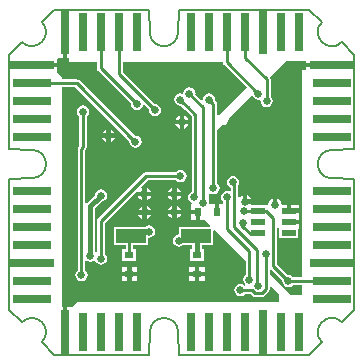
<source format=gbl>
%FSLAX25Y25*%
%MOIN*%
G70*
G01*
G75*
G04 Layer_Physical_Order=2*
G04 Layer_Color=16711680*
%ADD10O,0.05906X0.01575*%
%ADD11R,0.05906X0.01575*%
%ADD12R,0.01575X0.05906*%
%ADD13R,0.03150X0.02362*%
G04:AMPARAMS|DCode=14|XSize=23.62mil|YSize=31.5mil|CornerRadius=0mil|HoleSize=0mil|Usage=FLASHONLY|Rotation=45.000|XOffset=0mil|YOffset=0mil|HoleType=Round|Shape=Rectangle|*
%AMROTATEDRECTD14*
4,1,4,0.00278,-0.01949,-0.01949,0.00278,-0.00278,0.01949,0.01949,-0.00278,0.00278,-0.01949,0.0*
%
%ADD14ROTATEDRECTD14*%

%ADD15R,0.02362X0.03150*%
G04:AMPARAMS|DCode=16|XSize=23.62mil|YSize=31.5mil|CornerRadius=0mil|HoleSize=0mil|Usage=FLASHONLY|Rotation=135.000|XOffset=0mil|YOffset=0mil|HoleType=Round|Shape=Rectangle|*
%AMROTATEDRECTD16*
4,1,4,0.01949,0.00278,-0.00278,-0.01949,-0.01949,-0.00278,0.00278,0.01949,0.01949,0.00278,0.0*
%
%ADD16ROTATEDRECTD16*%

%ADD17C,0.01000*%
%ADD18C,0.01500*%
%ADD19C,0.00500*%
%ADD20R,0.02500X0.15000*%
%ADD21R,0.02500X0.12500*%
%ADD22R,0.12500X0.02500*%
%ADD23R,0.15000X0.02500*%
%ADD24C,0.02500*%
%ADD25R,0.04803X0.01969*%
%ADD26R,0.09843X0.04724*%
G36*
X384250Y399000D02*
X385000D01*
Y397500D01*
X394226D01*
Y395500D01*
X394322Y395012D01*
X394599Y394599D01*
X405500Y383698D01*
X405461Y383500D01*
X405616Y382720D01*
X406058Y382058D01*
X406720Y381616D01*
X407500Y381461D01*
X408280Y381616D01*
X408942Y382058D01*
X409384Y382720D01*
X409448Y383042D01*
X409991Y383207D01*
X411500Y381698D01*
X411461Y381500D01*
X411616Y380720D01*
X412058Y380058D01*
X412720Y379616D01*
X413500Y379461D01*
X414280Y379616D01*
X414942Y380058D01*
X415384Y380720D01*
X415539Y381500D01*
X415384Y382280D01*
X414942Y382942D01*
X414280Y383384D01*
X413500Y383539D01*
X413303Y383500D01*
X402774Y394028D01*
Y397500D01*
X436226D01*
X436322Y397012D01*
X436599Y396599D01*
X444099Y389099D01*
X434736Y379736D01*
X434274Y379928D01*
Y383500D01*
X434177Y383988D01*
X433901Y384401D01*
X433500Y384803D01*
X433539Y385000D01*
X433384Y385780D01*
X432942Y386442D01*
X432280Y386884D01*
X431500Y387039D01*
X430720Y386884D01*
X430058Y386442D01*
X429616Y385780D01*
X429469Y385041D01*
X429315Y384943D01*
X428988Y384815D01*
X427000Y386803D01*
X427039Y387000D01*
X426884Y387780D01*
X426442Y388442D01*
X425780Y388884D01*
X425000Y389039D01*
X424220Y388884D01*
X423558Y388442D01*
X423116Y387780D01*
X423022Y387307D01*
X422838Y386986D01*
X422479Y386944D01*
X422000Y387039D01*
X421220Y386884D01*
X420558Y386442D01*
X420116Y385780D01*
X419961Y385000D01*
X420116Y384220D01*
X420558Y383558D01*
X421220Y383116D01*
X422000Y382961D01*
X422168Y382994D01*
X423563Y381599D01*
X423670Y381527D01*
X425726Y379472D01*
Y354385D01*
X425720Y354384D01*
X425058Y353942D01*
X424616Y353280D01*
X424461Y352500D01*
X424616Y351720D01*
X425058Y351058D01*
X425720Y350616D01*
X425927Y350575D01*
X425878Y350075D01*
X425669D01*
Y348250D01*
X427850D01*
Y347500D01*
X428600D01*
Y344925D01*
X430031D01*
X430031Y344925D01*
Y344925D01*
X430384Y344616D01*
X431926Y343074D01*
X431735Y342612D01*
X421656D01*
Y340167D01*
X421500Y340039D01*
X420720Y339884D01*
X420058Y339442D01*
X419616Y338780D01*
X419461Y338000D01*
X419616Y337220D01*
X420058Y336558D01*
X420720Y336116D01*
X421500Y335961D01*
X422280Y336116D01*
X422687Y336388D01*
X425971D01*
Y335081D01*
X425175D01*
Y331219D01*
X429825D01*
Y335081D01*
X429029D01*
Y336388D01*
X432998D01*
Y341349D01*
X433460Y341540D01*
X443725Y331275D01*
Y326554D01*
X443558Y326442D01*
X443116Y325780D01*
X442961Y325000D01*
X443116Y324220D01*
X443558Y323558D01*
X443606Y323526D01*
X443608Y323519D01*
X443488Y323003D01*
X443373Y322988D01*
X442780Y323384D01*
X442000Y323539D01*
X441220Y323384D01*
X440558Y322942D01*
X440116Y322280D01*
X439961Y321500D01*
X440116Y320720D01*
X440558Y320058D01*
X441220Y319616D01*
X442000Y319461D01*
X442780Y319616D01*
X443442Y320058D01*
X443554Y320226D01*
X445437D01*
X446063Y319599D01*
X446477Y319322D01*
X446965Y319226D01*
X449036D01*
X449523Y319322D01*
X449937Y319599D01*
X451401Y321063D01*
X451678Y321477D01*
X451775Y321965D01*
Y322572D01*
X452236Y322764D01*
X455000Y320000D01*
Y317500D01*
X387500D01*
X386184Y316184D01*
X385750Y316000D01*
Y316000D01*
X385750Y316000D01*
X384250D01*
Y307500D01*
X382750D01*
Y316000D01*
X382500D01*
Y389226D01*
X386972D01*
X405000Y371198D01*
X404961Y371000D01*
X405116Y370220D01*
X405558Y369558D01*
X406220Y369116D01*
X407000Y368961D01*
X407780Y369116D01*
X408442Y369558D01*
X408884Y370220D01*
X409039Y371000D01*
X408884Y371780D01*
X408442Y372442D01*
X407780Y372884D01*
X407000Y373039D01*
X406803Y373000D01*
X388401Y391401D01*
X387988Y391677D01*
X387500Y391775D01*
X382500D01*
Y392500D01*
X381184Y393816D01*
X381000Y394250D01*
X381000D01*
X381000Y394250D01*
Y395750D01*
X372500D01*
Y397250D01*
X381000D01*
Y398604D01*
X381153Y398847D01*
X381397Y399000D01*
X382750D01*
Y407500D01*
X384250D01*
Y399000D01*
D02*
G37*
G36*
X456000Y324697D02*
X455961Y324500D01*
X456116Y323720D01*
X456558Y323058D01*
X457220Y322616D01*
X458000Y322461D01*
X458780Y322616D01*
X459442Y323058D01*
X459554Y323225D01*
X462500D01*
Y320000D01*
X458500D01*
X451775Y326726D01*
Y328216D01*
X452275Y328423D01*
X456000Y324697D01*
D02*
G37*
G36*
X464000Y397250D02*
X472500D01*
Y395750D01*
X464000D01*
Y395000D01*
X462500D01*
Y325775D01*
X459554D01*
X459442Y325942D01*
X458780Y326384D01*
X458000Y326539D01*
X457802Y326500D01*
X454275Y330028D01*
Y342223D01*
X454756Y342268D01*
X455006Y341871D01*
Y341768D01*
Y338777D01*
X461309D01*
Y341768D01*
Y341871D01*
X461559Y342268D01*
Y342268D01*
Y342490D01*
X461559Y342642D01*
Y343502D01*
X458157D01*
Y345002D01*
X461559D01*
Y346008D01*
Y347242D01*
X458157D01*
Y347992D01*
X457408D01*
Y349976D01*
X455814D01*
X455794Y350000D01*
X455619Y350878D01*
X455122Y351622D01*
X454378Y352119D01*
X454250Y352145D01*
Y350000D01*
X452750D01*
Y352145D01*
X452622Y352119D01*
X451878Y351622D01*
X451381Y350878D01*
X451231Y350128D01*
X451128Y349953D01*
X450751Y349726D01*
X445911D01*
X445640Y350226D01*
X445645Y350250D01*
X443500D01*
Y351000D01*
X442750D01*
Y353145D01*
X442622Y353119D01*
X441878Y352622D01*
X441775Y352467D01*
X441274Y352619D01*
Y356556D01*
X441384Y356720D01*
X441539Y357500D01*
X441384Y358280D01*
X440942Y358942D01*
X440280Y359384D01*
X439500Y359539D01*
X438720Y359384D01*
X438058Y358942D01*
X437616Y358280D01*
X437461Y357500D01*
X437616Y356720D01*
X438058Y356058D01*
X438720Y355616D01*
X438726Y355615D01*
Y354617D01*
X438378Y354431D01*
X438226Y354395D01*
X437500Y354539D01*
X436720Y354384D01*
X436058Y353942D01*
X435616Y353280D01*
X435461Y352500D01*
X435616Y351720D01*
X436058Y351058D01*
X436226Y350946D01*
Y350075D01*
X434900D01*
Y347500D01*
X433400D01*
Y350075D01*
X431968D01*
X431968Y350075D01*
Y350075D01*
X431628Y350401D01*
X431539Y350500D01*
X431500Y350697D01*
Y353496D01*
X432000Y353763D01*
X432220Y353616D01*
X433000Y353461D01*
X433780Y353616D01*
X434442Y354058D01*
X434884Y354720D01*
X435039Y355500D01*
X434884Y356280D01*
X434442Y356942D01*
X434274Y357054D01*
Y374775D01*
X435967Y376467D01*
X436000Y376461D01*
X436780Y376616D01*
X437442Y377058D01*
X437884Y377720D01*
X438039Y378500D01*
X438033Y378533D01*
X445657Y386157D01*
X446241Y386033D01*
X446558Y385558D01*
X447220Y385116D01*
X448000Y384961D01*
X448358Y385032D01*
X448783Y384607D01*
X448762Y384500D01*
X448917Y383720D01*
X449359Y383058D01*
X450020Y382616D01*
X450801Y382461D01*
X451581Y382616D01*
X452243Y383058D01*
X452685Y383720D01*
X452840Y384500D01*
X452685Y385280D01*
X452243Y385942D01*
X452075Y386054D01*
Y391699D01*
X451978Y392187D01*
X451862Y392362D01*
X457500Y398000D01*
X464000D01*
Y397250D01*
D02*
G37*
%LPC*%
G36*
X412243Y346652D02*
X410848D01*
Y345257D01*
X410976Y345282D01*
X411721Y345779D01*
X412218Y346524D01*
X412243Y346652D01*
D02*
G37*
G36*
X409348D02*
X407954D01*
X407979Y346524D01*
X408476Y345779D01*
X409221Y345282D01*
X409348Y345257D01*
Y346652D01*
D02*
G37*
G36*
X427100Y346750D02*
X425669D01*
Y344925D01*
X427100D01*
Y346750D01*
D02*
G37*
G36*
X419250D02*
X417855D01*
X417881Y346622D01*
X418378Y345878D01*
X419122Y345380D01*
X419250Y345355D01*
Y346750D01*
D02*
G37*
G36*
X410848Y349547D02*
Y348152D01*
X412243D01*
X412218Y348280D01*
X411721Y349024D01*
X410976Y349521D01*
X410848Y349547D01*
D02*
G37*
G36*
X419250Y349645D02*
X419122Y349620D01*
X418378Y349122D01*
X417881Y348378D01*
X417855Y348250D01*
X419250D01*
Y349645D01*
D02*
G37*
G36*
X422145Y346750D02*
X420750D01*
Y345355D01*
X420878Y345380D01*
X421622Y345878D01*
X422119Y346622D01*
X422145Y346750D01*
D02*
G37*
G36*
X409348Y349547D02*
X409221Y349521D01*
X408476Y349024D01*
X407979Y348280D01*
X407954Y348152D01*
X409348D01*
Y349547D01*
D02*
G37*
G36*
X411500Y343039D02*
X410720Y342884D01*
X410313Y342612D01*
X400002D01*
Y336388D01*
X403725D01*
Y335081D01*
X402675D01*
Y331219D01*
X407325D01*
Y335081D01*
X406275D01*
Y336388D01*
X411344D01*
Y338833D01*
X411500Y338961D01*
X412280Y339116D01*
X412942Y339558D01*
X413384Y340220D01*
X413539Y341000D01*
X413384Y341780D01*
X412942Y342442D01*
X412280Y342884D01*
X411500Y343039D01*
D02*
G37*
G36*
X426750Y326100D02*
X424925D01*
Y324669D01*
X426750D01*
Y326100D01*
D02*
G37*
G36*
X430075D02*
X428250D01*
Y324669D01*
X430075D01*
Y326100D01*
D02*
G37*
G36*
X404250D02*
X402425D01*
Y324669D01*
X404250D01*
Y326100D01*
D02*
G37*
G36*
X407575D02*
X405750D01*
Y324669D01*
X407575D01*
Y326100D01*
D02*
G37*
G36*
X426750Y329031D02*
X424925D01*
Y327600D01*
X426750D01*
Y329031D01*
D02*
G37*
G36*
X430075D02*
X428250D01*
Y327600D01*
X430075D01*
Y329031D01*
D02*
G37*
G36*
X404250D02*
X402425D01*
Y327600D01*
X404250D01*
Y329031D01*
D02*
G37*
G36*
X407575D02*
X405750D01*
Y327600D01*
X407575D01*
Y329031D01*
D02*
G37*
G36*
X420750Y349645D02*
Y348250D01*
X422145D01*
X422119Y348378D01*
X421622Y349122D01*
X420878Y349620D01*
X420750Y349645D01*
D02*
G37*
G36*
X400145Y372250D02*
X398750D01*
Y370855D01*
X398878Y370881D01*
X399622Y371378D01*
X400119Y372122D01*
X400145Y372250D01*
D02*
G37*
G36*
X397250Y375145D02*
X397122Y375119D01*
X396378Y374622D01*
X395881Y373878D01*
X395855Y373750D01*
X397250D01*
Y375145D01*
D02*
G37*
G36*
X389500Y383039D02*
X388720Y382884D01*
X388058Y382442D01*
X387616Y381780D01*
X387461Y381000D01*
X387616Y380220D01*
X388058Y379558D01*
X388226Y379446D01*
Y369653D01*
X388099Y369526D01*
X387823Y369113D01*
X387725Y368625D01*
Y328054D01*
X387558Y327942D01*
X387116Y327280D01*
X386961Y326500D01*
X387116Y325720D01*
X387558Y325058D01*
X388220Y324616D01*
X389000Y324461D01*
X389780Y324616D01*
X390442Y325058D01*
X390884Y325720D01*
X391039Y326500D01*
X390884Y327280D01*
X390442Y327942D01*
X390275Y328054D01*
Y331151D01*
X390774Y331414D01*
X391220Y331116D01*
X392000Y330961D01*
X392780Y331116D01*
X393086Y331320D01*
X393616Y331220D01*
X394058Y330558D01*
X394720Y330116D01*
X395500Y329961D01*
X396280Y330116D01*
X396942Y330558D01*
X397384Y331220D01*
X397539Y332000D01*
X397384Y332780D01*
X396942Y333442D01*
X396775Y333554D01*
Y343972D01*
X407478Y354676D01*
X407880Y354378D01*
X407855Y354250D01*
X409250D01*
Y355645D01*
X409122Y355620D01*
X408824Y356022D01*
X411028Y358225D01*
X420446D01*
X420558Y358058D01*
X421220Y357616D01*
X422000Y357461D01*
X422780Y357616D01*
X423442Y358058D01*
X423884Y358720D01*
X424039Y359500D01*
X423884Y360280D01*
X423442Y360942D01*
X422780Y361384D01*
X422000Y361539D01*
X421220Y361384D01*
X420558Y360942D01*
X420446Y360774D01*
X410500D01*
X410012Y360678D01*
X409599Y360401D01*
X394599Y345401D01*
X394322Y344988D01*
X394226Y344500D01*
Y334492D01*
X393725Y334273D01*
X393529Y334454D01*
Y348867D01*
X395654Y350992D01*
X396280Y351116D01*
X396942Y351558D01*
X397384Y352220D01*
X397539Y353000D01*
X397384Y353780D01*
X396942Y354442D01*
X396280Y354884D01*
X395500Y355039D01*
X394720Y354884D01*
X394058Y354442D01*
X393616Y353780D01*
X393492Y353154D01*
X390919Y350581D01*
X390774Y350366D01*
X390275Y350518D01*
Y368097D01*
X390401Y368224D01*
X390677Y368637D01*
X390774Y369125D01*
Y379446D01*
X390942Y379558D01*
X391384Y380220D01*
X391539Y381000D01*
X391384Y381780D01*
X390942Y382442D01*
X390280Y382884D01*
X389500Y383039D01*
D02*
G37*
G36*
X397250Y372250D02*
X395855D01*
X395881Y372122D01*
X396378Y371378D01*
X397122Y370881D01*
X397250Y370855D01*
Y372250D01*
D02*
G37*
G36*
X398750Y375145D02*
Y373750D01*
X400145D01*
X400119Y373878D01*
X399622Y374622D01*
X398878Y375119D01*
X398750Y375145D01*
D02*
G37*
G36*
X421750Y379645D02*
X421622Y379620D01*
X420878Y379122D01*
X420381Y378378D01*
X420355Y378250D01*
X421750D01*
Y379645D01*
D02*
G37*
G36*
X423250D02*
Y378250D01*
X424645D01*
X424619Y378378D01*
X424122Y379122D01*
X423378Y379620D01*
X423250Y379645D01*
D02*
G37*
G36*
X421750Y376750D02*
X420355D01*
X420381Y376622D01*
X420878Y375878D01*
X421622Y375380D01*
X421750Y375355D01*
Y376750D01*
D02*
G37*
G36*
X424645D02*
X423250D01*
Y375355D01*
X423378Y375380D01*
X424122Y375878D01*
X424619Y376622D01*
X424645Y376750D01*
D02*
G37*
G36*
X412145Y352750D02*
X410750D01*
Y351355D01*
X410878Y351380D01*
X411622Y351878D01*
X412119Y352622D01*
X412145Y352750D01*
D02*
G37*
G36*
X419250D02*
X417855D01*
X417881Y352622D01*
X418378Y351878D01*
X419122Y351380D01*
X419250Y351355D01*
Y352750D01*
D02*
G37*
G36*
X461559Y349976D02*
X458908D01*
Y348742D01*
X461559D01*
Y349976D01*
D02*
G37*
G36*
X409250Y352750D02*
X407855D01*
X407880Y352622D01*
X408378Y351878D01*
X409122Y351380D01*
X409250Y351355D01*
Y352750D01*
D02*
G37*
G36*
X422145D02*
X420750D01*
Y351355D01*
X420878Y351380D01*
X421622Y351878D01*
X422119Y352622D01*
X422145Y352750D01*
D02*
G37*
G36*
X419250Y355645D02*
X419122Y355620D01*
X418378Y355122D01*
X417881Y354378D01*
X417855Y354250D01*
X419250D01*
Y355645D01*
D02*
G37*
G36*
X420750D02*
Y354250D01*
X422145D01*
X422119Y354378D01*
X421622Y355122D01*
X420878Y355620D01*
X420750Y355645D01*
D02*
G37*
G36*
X444250Y353145D02*
Y351750D01*
X445645D01*
X445619Y351878D01*
X445122Y352622D01*
X444378Y353119D01*
X444250Y353145D01*
D02*
G37*
G36*
X410750Y355645D02*
Y354250D01*
X412145D01*
X412119Y354378D01*
X411622Y355122D01*
X410878Y355620D01*
X410750Y355645D01*
D02*
G37*
%LPD*%
D13*
X427500Y326850D02*
D03*
Y333150D02*
D03*
X405000Y326850D02*
D03*
Y333150D02*
D03*
D15*
X434150Y347500D02*
D03*
X427850D02*
D03*
D17*
X443008Y347992D02*
X447843D01*
X442268Y343268D02*
X443000Y342535D01*
X445500Y340035D02*
Y340512D01*
X405000Y338827D02*
X405673Y339500D01*
X405000Y333150D02*
Y338827D01*
X424500Y382500D02*
X427000Y380000D01*
Y353000D02*
Y380000D01*
X426500Y352500D02*
X427000Y353000D01*
X424465Y382500D02*
X424500D01*
X429500Y350500D02*
Y382500D01*
X425000Y387000D02*
X429500Y382500D01*
X433000Y355500D02*
Y383500D01*
X431500Y385000D02*
X433000Y383500D01*
X440000Y342500D02*
Y357000D01*
X439500Y357500D02*
X440000Y357000D01*
X443000Y342535D02*
Y344000D01*
X440000Y342500D02*
X447500Y335000D01*
X437500Y342000D02*
X445000Y334500D01*
X443008Y347992D02*
X443299Y347701D01*
X437500Y342000D02*
Y352500D01*
X410500Y359500D02*
X422000D01*
X395500Y344500D02*
X410500Y359500D01*
X395500Y332000D02*
Y344500D01*
X389000Y368625D02*
X389500Y369125D01*
X389000Y326500D02*
Y368625D01*
X389500Y369125D02*
Y381000D01*
X429500Y350500D02*
X430000D01*
X372500Y390500D02*
X387500D01*
X407000Y371000D01*
X395500Y395500D02*
Y407500D01*
Y395500D02*
X407500Y383500D01*
X437500Y397500D02*
X448000Y387000D01*
X437500Y397500D02*
Y407500D01*
X443500Y399000D02*
Y407500D01*
Y399000D02*
X450801Y391699D01*
Y384500D02*
Y391699D01*
X401500Y393500D02*
Y407500D01*
Y393500D02*
X413500Y381500D01*
X458000Y324500D02*
X472500D01*
X453000Y329500D02*
X458000Y324500D01*
X453000Y329500D02*
Y345500D01*
X450508Y347992D02*
X453000Y345500D01*
X447843Y347992D02*
X450508D01*
X423000Y383964D02*
X424465Y382500D01*
X423000Y383964D02*
Y384000D01*
X422000Y385000D02*
X423000Y384000D01*
X450500Y321965D02*
Y333500D01*
X445000Y325000D02*
Y334500D01*
X447500Y323500D02*
Y335000D01*
Y323500D02*
X448000Y323000D01*
X449036Y320500D02*
X450500Y321965D01*
X446965Y320500D02*
X449036D01*
X445964Y321500D02*
X446965Y320500D01*
X442000Y321500D02*
X445964D01*
X443000Y342535D02*
X445500Y340035D01*
Y340512D02*
X447843D01*
D18*
X427327Y339500D02*
X427500Y339327D01*
Y333150D02*
Y339327D01*
X392000Y349500D02*
X395500Y353000D01*
X392000Y333000D02*
Y349500D01*
D19*
X411800Y407500D02*
G03*
X421200Y407500I4700J0D01*
G01*
X375823Y304177D02*
G03*
X369177Y310823I-3323J3323D01*
G01*
Y404177D02*
G03*
X375823Y410823I3323J3323D01*
G01*
X469177D02*
G03*
X475823Y404177I3323J-3323D01*
G01*
X421200Y307500D02*
G03*
X411800Y307500I-4700J0D01*
G01*
X475823Y310823D02*
G03*
X469177Y304177I-3323J-3323D01*
G01*
X472500Y368200D02*
G03*
X472500Y358800I0J-4700D01*
G01*
X372500D02*
G03*
X372500Y368200I0J4700D01*
G01*
X421500Y415000D02*
X465000D01*
X380000D02*
X411500D01*
X421197Y407432D02*
X421500Y415000D01*
X411500D02*
X411800Y407500D01*
X365000Y315000D02*
X369177Y310823D01*
X375823Y304177D02*
X380000Y300000D01*
X365000Y400000D02*
X369177Y404177D01*
X375823Y410823D02*
X380000Y415000D01*
X475823Y404177D02*
X480000Y400000D01*
X465000Y415000D02*
X469177Y410823D01*
X475823Y310823D02*
X480000Y315000D01*
X411500Y300000D02*
X411800Y307500D01*
X421197Y307568D02*
X421500Y300000D01*
X380000D02*
X411500D01*
X421500D02*
X465000D01*
X469177Y304177D01*
X472500Y368200D02*
X480000Y368500D01*
X472432Y358803D02*
X480000Y358500D01*
Y368500D02*
Y400000D01*
Y315000D02*
Y358500D01*
X365000Y368500D02*
X372500Y368200D01*
X365000Y358500D02*
X372568Y358803D01*
X365000Y368500D02*
Y400000D01*
Y315000D02*
Y358500D01*
D20*
X383500Y407500D02*
D03*
X449500D02*
D03*
Y307500D02*
D03*
X383500D02*
D03*
D21*
X431500Y407500D02*
D03*
X461500D02*
D03*
X455500D02*
D03*
X443500D02*
D03*
X437500D02*
D03*
X407500D02*
D03*
X401500D02*
D03*
X395500D02*
D03*
X389500D02*
D03*
X425500D02*
D03*
Y307500D02*
D03*
X389500D02*
D03*
X395500D02*
D03*
X401500D02*
D03*
X407500D02*
D03*
X437500D02*
D03*
X443500D02*
D03*
X455500D02*
D03*
X461500D02*
D03*
X431500D02*
D03*
D22*
X472500Y354500D02*
D03*
Y390500D02*
D03*
Y384500D02*
D03*
Y378500D02*
D03*
Y372500D02*
D03*
Y342500D02*
D03*
Y336500D02*
D03*
Y324500D02*
D03*
Y318500D02*
D03*
Y348500D02*
D03*
X372500Y354500D02*
D03*
Y390500D02*
D03*
Y384500D02*
D03*
Y378500D02*
D03*
Y372500D02*
D03*
Y342500D02*
D03*
Y336500D02*
D03*
Y324500D02*
D03*
Y318500D02*
D03*
Y348500D02*
D03*
D23*
X472500Y330500D02*
D03*
Y396500D02*
D03*
X372500Y330500D02*
D03*
Y396500D02*
D03*
D24*
X421500Y338000D02*
D03*
X411500Y341000D02*
D03*
X398000Y373000D02*
D03*
X422500Y377500D02*
D03*
X439500Y357500D02*
D03*
X443000Y344000D02*
D03*
X443500Y351000D02*
D03*
X443299Y347701D02*
D03*
X437500Y352500D02*
D03*
X433000Y355500D02*
D03*
X410098Y347402D02*
D03*
X420000Y347500D02*
D03*
Y353500D02*
D03*
X410000D02*
D03*
X395500Y353000D02*
D03*
X392000Y333000D02*
D03*
X389000Y326500D02*
D03*
X395500Y332000D02*
D03*
X422000Y359500D02*
D03*
X389500Y381000D02*
D03*
X426500Y352500D02*
D03*
X429500Y350500D02*
D03*
X407000Y371000D02*
D03*
X407500Y383500D02*
D03*
X448000Y387000D02*
D03*
X413500Y381500D02*
D03*
X458000Y324500D02*
D03*
X425000Y387000D02*
D03*
X422000Y385000D02*
D03*
X450500Y333500D02*
D03*
X448000Y323000D02*
D03*
X445000Y325000D02*
D03*
X431500Y385000D02*
D03*
X442000Y321500D02*
D03*
X450801Y384500D02*
D03*
X453500Y350000D02*
D03*
D25*
X447843Y344252D02*
D03*
Y347992D02*
D03*
Y340512D02*
D03*
X458157Y347992D02*
D03*
Y344252D02*
D03*
Y340512D02*
D03*
D26*
X405673Y339500D02*
D03*
X427327D02*
D03*
M02*

</source>
